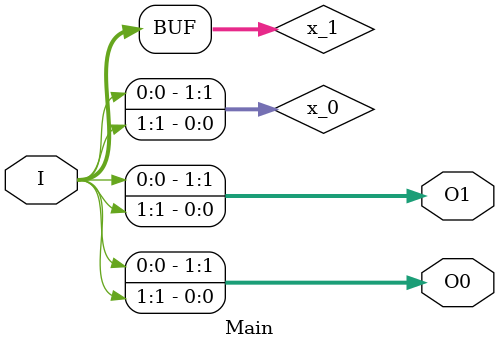
<source format=v>
module Main (
    input [1:0] I,
    output [1:0] O0,
    output [1:0] O1
);
wire [1:0] x_0;
wire [1:0] x_1;
assign x_0 = {I[0],I[1]};
assign x_1 = I;
assign O0 = {x_1[0],x_0[0]};
assign O1 = {x_0[1],x_1[1]};
endmodule


</source>
